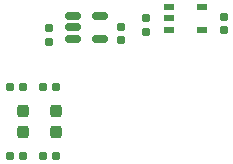
<source format=gbp>
G04 #@! TF.GenerationSoftware,KiCad,Pcbnew,7.0.7*
G04 #@! TF.CreationDate,2023-12-28T09:15:15+02:00*
G04 #@! TF.ProjectId,AD3 Front End Amplifier,41443320-4672-46f6-9e74-20456e642041,rev?*
G04 #@! TF.SameCoordinates,Original*
G04 #@! TF.FileFunction,Paste,Bot*
G04 #@! TF.FilePolarity,Positive*
%FSLAX46Y46*%
G04 Gerber Fmt 4.6, Leading zero omitted, Abs format (unit mm)*
G04 Created by KiCad (PCBNEW 7.0.7) date 2023-12-28 09:15:15*
%MOMM*%
%LPD*%
G01*
G04 APERTURE LIST*
G04 Aperture macros list*
%AMRoundRect*
0 Rectangle with rounded corners*
0 $1 Rounding radius*
0 $2 $3 $4 $5 $6 $7 $8 $9 X,Y pos of 4 corners*
0 Add a 4 corners polygon primitive as box body*
4,1,4,$2,$3,$4,$5,$6,$7,$8,$9,$2,$3,0*
0 Add four circle primitives for the rounded corners*
1,1,$1+$1,$2,$3*
1,1,$1+$1,$4,$5*
1,1,$1+$1,$6,$7*
1,1,$1+$1,$8,$9*
0 Add four rect primitives between the rounded corners*
20,1,$1+$1,$2,$3,$4,$5,0*
20,1,$1+$1,$4,$5,$6,$7,0*
20,1,$1+$1,$6,$7,$8,$9,0*
20,1,$1+$1,$8,$9,$2,$3,0*%
G04 Aperture macros list end*
%ADD10RoundRect,0.237500X0.237500X-0.287500X0.237500X0.287500X-0.237500X0.287500X-0.237500X-0.287500X0*%
%ADD11RoundRect,0.155000X0.212500X0.155000X-0.212500X0.155000X-0.212500X-0.155000X0.212500X-0.155000X0*%
%ADD12R,0.900000X0.600000*%
%ADD13RoundRect,0.155000X0.155000X-0.212500X0.155000X0.212500X-0.155000X0.212500X-0.155000X-0.212500X0*%
%ADD14RoundRect,0.150000X-0.512500X-0.150000X0.512500X-0.150000X0.512500X0.150000X-0.512500X0.150000X0*%
G04 APERTURE END LIST*
D10*
X195580000Y-118336000D03*
X195580000Y-116586000D03*
D11*
X195580000Y-120396000D03*
X194445000Y-120396000D03*
D12*
X205099000Y-109662000D03*
X205099000Y-108712000D03*
X205099000Y-107762000D03*
X207899000Y-107762000D03*
X207899000Y-109662000D03*
D11*
X195580000Y-114554000D03*
X194445000Y-114554000D03*
D13*
X209801000Y-109728000D03*
X209801000Y-108593000D03*
X201041000Y-110549500D03*
X201041000Y-109414500D03*
X194945000Y-110676500D03*
X194945000Y-109541500D03*
D14*
X196982500Y-110424000D03*
X196982500Y-109474000D03*
X196982500Y-108524000D03*
X199257500Y-108524000D03*
X199257500Y-110424000D03*
D11*
X192786000Y-120396000D03*
X191651000Y-120396000D03*
D10*
X192786000Y-118336000D03*
X192786000Y-116586000D03*
D13*
X203197000Y-109847000D03*
X203197000Y-108712000D03*
D11*
X192786000Y-114554000D03*
X191651000Y-114554000D03*
M02*

</source>
